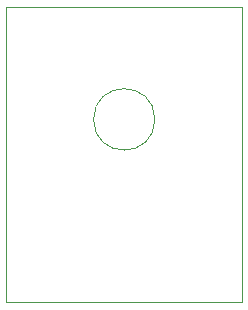
<source format=gm1>
G04 #@! TF.GenerationSoftware,KiCad,Pcbnew,(5.1.10)-1*
G04 #@! TF.CreationDate,2022-07-24T10:20:42-05:00*
G04 #@! TF.ProjectId,Magnetic_Switch,4d61676e-6574-4696-935f-537769746368,rev?*
G04 #@! TF.SameCoordinates,Original*
G04 #@! TF.FileFunction,Profile,NP*
%FSLAX46Y46*%
G04 Gerber Fmt 4.6, Leading zero omitted, Abs format (unit mm)*
G04 Created by KiCad (PCBNEW (5.1.10)-1) date 2022-07-24 10:20:42*
%MOMM*%
%LPD*%
G01*
G04 APERTURE LIST*
G04 #@! TA.AperFunction,Profile*
%ADD10C,0.025400*%
G04 #@! TD*
G04 APERTURE END LIST*
D10*
X154000000Y-109000000D02*
X134000000Y-109000000D01*
X154000000Y-84000000D02*
X154000000Y-109000000D01*
X134000000Y-84000000D02*
X154000000Y-84000000D01*
X134000000Y-109000000D02*
X134000000Y-84000000D01*
X146600000Y-93500000D02*
G75*
G03*
X146600000Y-93500000I-2600000J0D01*
G01*
M02*

</source>
